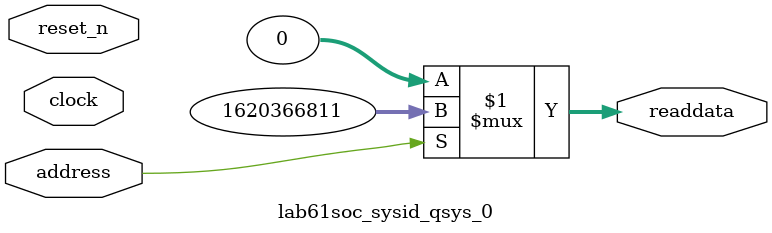
<source format=v>



// synthesis translate_off
`timescale 1ns / 1ps
// synthesis translate_on

// turn off superfluous verilog processor warnings 
// altera message_level Level1 
// altera message_off 10034 10035 10036 10037 10230 10240 10030 

module lab61soc_sysid_qsys_0 (
               // inputs:
                address,
                clock,
                reset_n,

               // outputs:
                readdata
             )
;

  output  [ 31: 0] readdata;
  input            address;
  input            clock;
  input            reset_n;

  wire    [ 31: 0] readdata;
  //control_slave, which is an e_avalon_slave
  assign readdata = address ? 1620366811 : 0;

endmodule



</source>
